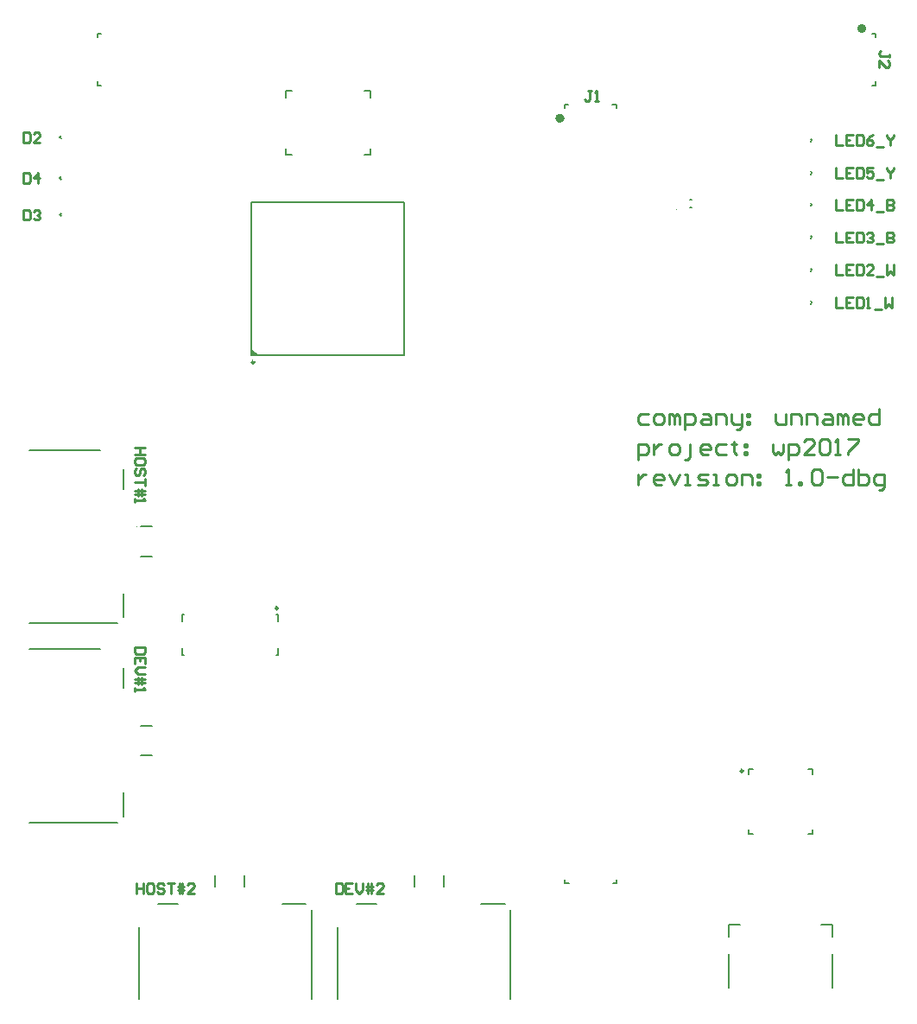
<source format=gto>
G04 Layer_Color=65535*
%FSLAX25Y25*%
%MOIN*%
G70*
G01*
G75*
%ADD38C,0.01000*%
%ADD39C,0.00787*%
%ADD58C,0.01968*%
%ADD93C,0.00984*%
%ADD95C,0.00394*%
G36*
X297980Y557874D02*
X295669D01*
Y560184D01*
X297980Y557874D01*
D02*
G37*
D38*
X328173Y354463D02*
Y350528D01*
X330141D01*
X330797Y351184D01*
Y353807D01*
X330141Y354463D01*
X328173D01*
X334733D02*
X332109D01*
Y350528D01*
X334733D01*
X332109Y352495D02*
X333421D01*
X336045Y354463D02*
Y351839D01*
X337357Y350528D01*
X338668Y351839D01*
Y354463D01*
X340636Y350528D02*
Y354463D01*
X341948D02*
Y350528D01*
X339981Y353151D02*
X341948D01*
X342604D01*
X339981Y351839D02*
X342604D01*
X346540Y350528D02*
X343916D01*
X346540Y353151D01*
Y353807D01*
X345884Y354463D01*
X344572D01*
X343916Y353807D01*
X254463Y445449D02*
X250528D01*
Y443481D01*
X251184Y442825D01*
X253807D01*
X254463Y443481D01*
Y445449D01*
Y438889D02*
Y441513D01*
X250528D01*
Y438889D01*
X252495Y441513D02*
Y440201D01*
X254463Y437577D02*
X251839D01*
X250528Y436265D01*
X251839Y434953D01*
X254463D01*
X250528Y432986D02*
X254463D01*
Y431674D02*
X250528D01*
X253151Y433642D02*
Y431674D01*
Y431018D01*
X251839Y433642D02*
Y431018D01*
X250528Y429706D02*
Y428394D01*
Y429050D01*
X254463D01*
X253807Y429706D01*
X254463Y522221D02*
X250528D01*
X252495D01*
Y519597D01*
X254463D01*
X250528D01*
X254463Y516317D02*
Y517629D01*
X253807Y518285D01*
X251184D01*
X250528Y517629D01*
Y516317D01*
X251184Y515661D01*
X253807D01*
X254463Y516317D01*
X253807Y511725D02*
X254463Y512381D01*
Y513693D01*
X253807Y514349D01*
X253151D01*
X252495Y513693D01*
Y512381D01*
X251839Y511725D01*
X251184D01*
X250528Y512381D01*
Y513693D01*
X251184Y514349D01*
X254463Y510413D02*
Y507789D01*
Y509101D01*
X250528D01*
Y505822D02*
X254463D01*
Y504510D02*
X250528D01*
X253151Y506477D02*
Y504510D01*
Y503854D01*
X251839Y506477D02*
Y503854D01*
X250528Y502542D02*
Y501230D01*
Y501886D01*
X254463D01*
X253807Y502542D01*
X541904Y672876D02*
Y674188D01*
Y673532D01*
X538624D01*
X537968Y674188D01*
Y674844D01*
X538624Y675500D01*
X537968Y668940D02*
Y671564D01*
X540592Y668940D01*
X541248D01*
X541904Y669596D01*
Y670908D01*
X541248Y671564D01*
X426828Y659936D02*
X425517D01*
X426173D01*
Y656656D01*
X425517Y656000D01*
X424861D01*
X424205Y656656D01*
X428140Y656000D02*
X429452D01*
X428796D01*
Y659936D01*
X428140Y659280D01*
X521311Y618078D02*
Y614142D01*
X523935D01*
X527871Y618078D02*
X525247D01*
Y614142D01*
X527871D01*
X525247Y616110D02*
X526559D01*
X529182Y618078D02*
Y614142D01*
X531150D01*
X531806Y614798D01*
Y617421D01*
X531150Y618078D01*
X529182D01*
X535086Y614142D02*
Y618078D01*
X533118Y616110D01*
X535742D01*
X537054Y613486D02*
X539678D01*
X540990Y618078D02*
Y614142D01*
X542958D01*
X543613Y614798D01*
Y615454D01*
X542958Y616110D01*
X540990D01*
X542958D01*
X543613Y616765D01*
Y617421D01*
X542958Y618078D01*
X540990D01*
X521311Y580282D02*
Y576346D01*
X523935D01*
X527871Y580282D02*
X525247D01*
Y576346D01*
X527871D01*
X525247Y578314D02*
X526559D01*
X529182Y580282D02*
Y576346D01*
X531150D01*
X531806Y577002D01*
Y579626D01*
X531150Y580282D01*
X529182D01*
X533118Y576346D02*
X534430D01*
X533774D01*
Y580282D01*
X533118Y579626D01*
X536398Y575691D02*
X539022D01*
X540334Y580282D02*
Y576346D01*
X541646Y577658D01*
X542958Y576346D01*
Y580282D01*
X521311Y642881D02*
Y638945D01*
X523935D01*
X527871Y642881D02*
X525247D01*
Y638945D01*
X527871D01*
X525247Y640913D02*
X526559D01*
X529182Y642881D02*
Y638945D01*
X531150D01*
X531806Y639601D01*
Y642225D01*
X531150Y642881D01*
X529182D01*
X535742D02*
X534430Y642225D01*
X533118Y640913D01*
Y639601D01*
X533774Y638945D01*
X535086D01*
X535742Y639601D01*
Y640257D01*
X535086Y640913D01*
X533118D01*
X537054Y638289D02*
X539678D01*
X540990Y642881D02*
Y642225D01*
X542302Y640913D01*
X543613Y642225D01*
Y642881D01*
X542302Y640913D02*
Y638945D01*
X521311Y605479D02*
Y601543D01*
X523935D01*
X527871Y605479D02*
X525247D01*
Y601543D01*
X527871D01*
X525247Y603511D02*
X526559D01*
X529182Y605479D02*
Y601543D01*
X531150D01*
X531806Y602199D01*
Y604823D01*
X531150Y605479D01*
X529182D01*
X533118Y604823D02*
X533774Y605479D01*
X535086D01*
X535742Y604823D01*
Y604167D01*
X535086Y603511D01*
X534430D01*
X535086D01*
X535742Y602855D01*
Y602199D01*
X535086Y601543D01*
X533774D01*
X533118Y602199D01*
X537054Y600887D02*
X539678D01*
X540990Y605479D02*
Y601543D01*
X542958D01*
X543613Y602199D01*
Y602855D01*
X542958Y603511D01*
X540990D01*
X542958D01*
X543613Y604167D01*
Y604823D01*
X542958Y605479D01*
X540990D01*
X521311Y630282D02*
Y626346D01*
X523935D01*
X527871Y630282D02*
X525247D01*
Y626346D01*
X527871D01*
X525247Y628314D02*
X526559D01*
X529182Y630282D02*
Y626346D01*
X531150D01*
X531806Y627002D01*
Y629626D01*
X531150Y630282D01*
X529182D01*
X535742D02*
X533118D01*
Y628314D01*
X534430Y628970D01*
X535086D01*
X535742Y628314D01*
Y627002D01*
X535086Y626346D01*
X533774D01*
X533118Y627002D01*
X537054Y625691D02*
X539678D01*
X540990Y630282D02*
Y629626D01*
X542302Y628314D01*
X543613Y629626D01*
Y630282D01*
X542302Y628314D02*
Y626346D01*
X521311Y592881D02*
Y588945D01*
X523935D01*
X527871Y592881D02*
X525247D01*
Y588945D01*
X527871D01*
X525247Y590913D02*
X526559D01*
X529182Y592881D02*
Y588945D01*
X531150D01*
X531806Y589601D01*
Y592225D01*
X531150Y592881D01*
X529182D01*
X535742Y588945D02*
X533118D01*
X535742Y591569D01*
Y592225D01*
X535086Y592881D01*
X533774D01*
X533118Y592225D01*
X537054Y588289D02*
X539678D01*
X540990Y592881D02*
Y588945D01*
X542302Y590257D01*
X543613Y588945D01*
Y592881D01*
X207547Y628314D02*
Y624378D01*
X209515D01*
X210171Y625034D01*
Y627658D01*
X209515Y628314D01*
X207547D01*
X213451Y624378D02*
Y628314D01*
X211483Y626346D01*
X214107D01*
X207547Y614141D02*
Y610205D01*
X209515D01*
X210171Y610861D01*
Y613484D01*
X209515Y614141D01*
X207547D01*
X211483Y613484D02*
X212139Y614141D01*
X213451D01*
X214107Y613484D01*
Y612828D01*
X213451Y612173D01*
X212795D01*
X213451D01*
X214107Y611517D01*
Y610861D01*
X213451Y610205D01*
X212139D01*
X211483Y610861D01*
X207547Y644062D02*
Y640126D01*
X209515D01*
X210171Y640782D01*
Y643406D01*
X209515Y644062D01*
X207547D01*
X214107Y640126D02*
X211483D01*
X214107Y642750D01*
Y643406D01*
X213451Y644062D01*
X212139D01*
X211483Y643406D01*
X251402Y354463D02*
Y350528D01*
Y352495D01*
X254025D01*
Y354463D01*
Y350528D01*
X257305Y354463D02*
X255993D01*
X255337Y353807D01*
Y351184D01*
X255993Y350528D01*
X257305D01*
X257961Y351184D01*
Y353807D01*
X257305Y354463D01*
X261897Y353807D02*
X261241Y354463D01*
X259929D01*
X259273Y353807D01*
Y353151D01*
X259929Y352495D01*
X261241D01*
X261897Y351839D01*
Y351184D01*
X261241Y350528D01*
X259929D01*
X259273Y351184D01*
X263209Y354463D02*
X265833D01*
X264521D01*
Y350528D01*
X267800D02*
Y354463D01*
X269112D02*
Y350528D01*
X267144Y353151D02*
X269112D01*
X269768D01*
X267144Y351839D02*
X269768D01*
X273704Y350528D02*
X271080D01*
X273704Y353151D01*
Y353807D01*
X273048Y354463D01*
X271736D01*
X271080Y353807D01*
X448881Y535495D02*
X445882D01*
X444882Y534495D01*
Y532496D01*
X445882Y531496D01*
X448881D01*
X451880D02*
X453879D01*
X454879Y532496D01*
Y534495D01*
X453879Y535495D01*
X451880D01*
X450880Y534495D01*
Y532496D01*
X451880Y531496D01*
X456878D02*
Y535495D01*
X457878D01*
X458877Y534495D01*
Y531496D01*
Y534495D01*
X459877Y535495D01*
X460877Y534495D01*
Y531496D01*
X462876Y529497D02*
Y535495D01*
X465875D01*
X466875Y534495D01*
Y532496D01*
X465875Y531496D01*
X462876D01*
X469874Y535495D02*
X471873D01*
X472873Y534495D01*
Y531496D01*
X469874D01*
X468874Y532496D01*
X469874Y533495D01*
X472873D01*
X474872Y531496D02*
Y535495D01*
X477871D01*
X478871Y534495D01*
Y531496D01*
X480870Y535495D02*
Y532496D01*
X481870Y531496D01*
X484869D01*
Y530496D01*
X483869Y529497D01*
X482870D01*
X484869Y531496D02*
Y535495D01*
X486868D02*
X487868D01*
Y534495D01*
X486868D01*
Y535495D01*
Y532496D02*
X487868D01*
Y531496D01*
X486868D01*
Y532496D01*
X497865Y535495D02*
Y532496D01*
X498864Y531496D01*
X501863D01*
Y535495D01*
X503863Y531496D02*
Y535495D01*
X506862D01*
X507862Y534495D01*
Y531496D01*
X509861D02*
Y535495D01*
X512860D01*
X513860Y534495D01*
Y531496D01*
X516859Y535495D02*
X518858D01*
X519858Y534495D01*
Y531496D01*
X516859D01*
X515859Y532496D01*
X516859Y533495D01*
X519858D01*
X521857Y531496D02*
Y535495D01*
X522857D01*
X523856Y534495D01*
Y531496D01*
Y534495D01*
X524856Y535495D01*
X525856Y534495D01*
Y531496D01*
X530854D02*
X528855D01*
X527855Y532496D01*
Y534495D01*
X528855Y535495D01*
X530854D01*
X531854Y534495D01*
Y533495D01*
X527855D01*
X537852Y537494D02*
Y531496D01*
X534853D01*
X533853Y532496D01*
Y534495D01*
X534853Y535495D01*
X537852D01*
X444882Y517686D02*
Y523684D01*
X447881D01*
X448881Y522684D01*
Y520685D01*
X447881Y519685D01*
X444882D01*
X450880Y523684D02*
Y519685D01*
Y521684D01*
X451880Y522684D01*
X452879Y523684D01*
X453879D01*
X457878Y519685D02*
X459877D01*
X460877Y520685D01*
Y522684D01*
X459877Y523684D01*
X457878D01*
X456878Y522684D01*
Y520685D01*
X457878Y519685D01*
X462876Y517686D02*
X463876D01*
X464875Y518685D01*
Y523684D01*
X471873Y519685D02*
X469874D01*
X468874Y520685D01*
Y522684D01*
X469874Y523684D01*
X471873D01*
X472873Y522684D01*
Y521684D01*
X468874D01*
X478871Y523684D02*
X475872D01*
X474872Y522684D01*
Y520685D01*
X475872Y519685D01*
X478871D01*
X481870Y524683D02*
Y523684D01*
X480870D01*
X482870D01*
X481870D01*
Y520685D01*
X482870Y519685D01*
X485869Y523684D02*
X486868D01*
Y522684D01*
X485869D01*
Y523684D01*
Y520685D02*
X486868D01*
Y519685D01*
X485869D01*
Y520685D01*
X496865Y523684D02*
Y520685D01*
X497865Y519685D01*
X498864Y520685D01*
X499864Y519685D01*
X500864Y520685D01*
Y523684D01*
X502863Y517686D02*
Y523684D01*
X505862D01*
X506862Y522684D01*
Y520685D01*
X505862Y519685D01*
X502863D01*
X512860D02*
X508861D01*
X512860Y523684D01*
Y524683D01*
X511860Y525683D01*
X509861D01*
X508861Y524683D01*
X514859D02*
X515859Y525683D01*
X517858D01*
X518858Y524683D01*
Y520685D01*
X517858Y519685D01*
X515859D01*
X514859Y520685D01*
Y524683D01*
X520857Y519685D02*
X522857D01*
X521857D01*
Y525683D01*
X520857Y524683D01*
X525856Y525683D02*
X529854D01*
Y524683D01*
X525856Y520685D01*
Y519685D01*
X444882Y511873D02*
Y507874D01*
Y509873D01*
X445882Y510873D01*
X446881Y511873D01*
X447881D01*
X453879Y507874D02*
X451880D01*
X450880Y508874D01*
Y510873D01*
X451880Y511873D01*
X453879D01*
X454879Y510873D01*
Y509873D01*
X450880D01*
X456878Y511873D02*
X458877Y507874D01*
X460877Y511873D01*
X462876Y507874D02*
X464875D01*
X463876D01*
Y511873D01*
X462876D01*
X467874Y507874D02*
X470873D01*
X471873Y508874D01*
X470873Y509873D01*
X468874D01*
X467874Y510873D01*
X468874Y511873D01*
X471873D01*
X473873Y507874D02*
X475872D01*
X474872D01*
Y511873D01*
X473873D01*
X479871Y507874D02*
X481870D01*
X482870Y508874D01*
Y510873D01*
X481870Y511873D01*
X479871D01*
X478871Y510873D01*
Y508874D01*
X479871Y507874D01*
X484869D02*
Y511873D01*
X487868D01*
X488868Y510873D01*
Y507874D01*
X490867Y511873D02*
X491867D01*
Y510873D01*
X490867D01*
Y511873D01*
Y508874D02*
X491867D01*
Y507874D01*
X490867D01*
Y508874D01*
X501863Y507874D02*
X503863D01*
X502863D01*
Y513872D01*
X501863Y512872D01*
X506862Y507874D02*
Y508874D01*
X507862D01*
Y507874D01*
X506862D01*
X511860Y512872D02*
X512860Y513872D01*
X514859D01*
X515859Y512872D01*
Y508874D01*
X514859Y507874D01*
X512860D01*
X511860Y508874D01*
Y512872D01*
X517858Y510873D02*
X521857D01*
X527855Y513872D02*
Y507874D01*
X524856D01*
X523856Y508874D01*
Y510873D01*
X524856Y511873D01*
X527855D01*
X529854Y513872D02*
Y507874D01*
X532853D01*
X533853Y508874D01*
Y509873D01*
Y510873D01*
X532853Y511873D01*
X529854D01*
X537852Y505875D02*
X538851D01*
X539851Y506874D01*
Y511873D01*
X536852D01*
X535852Y510873D01*
Y508874D01*
X536852Y507874D01*
X539851D01*
D39*
X221752Y642126D02*
X222293Y642667D01*
X221752Y642126D02*
X222293Y641585D01*
X221752Y612205D02*
X222293Y612746D01*
X221752Y612205D02*
X222293Y611663D01*
X221752Y626378D02*
X222293Y626919D01*
X221752Y626378D02*
X222293Y625837D01*
X511565Y590404D02*
X512106Y590945D01*
X511565Y591486D02*
X512106Y590945D01*
X511565Y627805D02*
X512106Y628346D01*
X511565Y628888D02*
X512106Y628346D01*
X511565Y603002D02*
X512106Y603543D01*
X511565Y604085D02*
X512106Y603543D01*
X511565Y640404D02*
X512106Y640945D01*
X511565Y641486D02*
X512106Y640945D01*
X511565Y577805D02*
X512106Y578346D01*
X511565Y578888D02*
X512106Y578346D01*
X511565Y615600D02*
X512106Y616142D01*
X511565Y616683D02*
X512106Y616142D01*
X416653Y354429D02*
X418209D01*
X416653D02*
Y355807D01*
X435236Y354429D02*
X436614D01*
X436654Y354429D02*
Y355807D01*
X416653Y653346D02*
Y654724D01*
X416693Y654724D02*
X418071D01*
X436654Y653346D02*
Y654724D01*
X435098D02*
X436654D01*
X236319Y680610D02*
Y682165D01*
X237697D01*
X236319Y662205D02*
Y663583D01*
X236319Y662165D02*
X237697D01*
X535236Y682165D02*
X536614D01*
X536614Y680748D02*
Y682126D01*
X535236Y662165D02*
X536614D01*
Y663721D01*
X246346Y456890D02*
Y466043D01*
Y506398D02*
Y514075D01*
X209842Y521457D02*
X237205D01*
X209842Y454626D02*
X244083D01*
X246346Y380118D02*
Y389272D01*
Y429626D02*
Y437303D01*
X209842Y444685D02*
X237205D01*
X209842Y377854D02*
X244083D01*
X307579Y346346D02*
X316732D01*
X259547D02*
X267224D01*
X252165Y309842D02*
Y337205D01*
X318996Y309842D02*
Y344083D01*
X384350Y346346D02*
X393504D01*
X336319D02*
X343996D01*
X328937Y309842D02*
Y337205D01*
X395768Y309842D02*
Y344083D01*
X520079Y313941D02*
Y327165D01*
X520060Y333661D02*
Y338287D01*
X479903Y333661D02*
Y338287D01*
X479921Y313941D02*
Y327165D01*
X479903Y338287D02*
X484252D01*
X515748D02*
X520060D01*
X464961Y617992D02*
X465748D01*
X464961Y615079D02*
X465748D01*
X308858Y657500D02*
Y660039D01*
Y635236D02*
Y637776D01*
X341535Y657500D02*
Y660039D01*
Y635236D02*
Y637776D01*
X308858Y660039D02*
X311260D01*
X339134D02*
X341535D01*
X308858Y635236D02*
X311260D01*
X339134D02*
X341535D01*
X354724Y557874D02*
Y616929D01*
X295669Y557874D02*
Y616929D01*
X354724D01*
X295669Y557874D02*
X354724D01*
X295669Y560184D02*
X297980Y557874D01*
X252953Y480512D02*
X257283D01*
X252953Y491929D02*
X257283D01*
X252953Y403740D02*
X257283D01*
X252953Y415158D02*
X257283D01*
X293110Y352953D02*
Y357283D01*
X281693Y352953D02*
Y357283D01*
X369882Y352953D02*
Y357283D01*
X358465Y352953D02*
Y357283D01*
X268996Y455315D02*
Y457875D01*
X269587D01*
X268996Y442520D02*
Y445079D01*
Y442520D02*
X269587D01*
X305414D02*
X306004D01*
Y445079D01*
Y455315D02*
Y457875D01*
X305414D02*
X306004D01*
X487598Y396457D02*
Y398228D01*
X489370D01*
X510630D02*
X512402D01*
Y396457D02*
Y398228D01*
Y373425D02*
Y375197D01*
X510630Y373425D02*
X512402D01*
X487598D02*
Y375197D01*
Y373425D02*
X489370D01*
D58*
X415551Y649409D02*
G03*
X415551Y649409I-787J0D01*
G01*
X532087Y684055D02*
G03*
X532087Y684055I-787J0D01*
G01*
D93*
X296752Y555315D02*
G03*
X296752Y555315I-492J0D01*
G01*
X305906Y460434D02*
G03*
X305906Y460434I-492J0D01*
G01*
X485532Y397638D02*
G03*
X485532Y397638I-492J0D01*
G01*
D95*
X459842Y614272D02*
G03*
X459842Y614272I-197J0D01*
G01*
X307480Y660039D02*
G03*
X307480Y660039I-197J0D01*
G01*
X251575Y491929D02*
G03*
X251575Y491929I-197J0D01*
G01*
Y415158D02*
G03*
X251575Y415158I-197J0D01*
G01*
X281890Y351378D02*
G03*
X281890Y351378I-197J0D01*
G01*
X358661D02*
G03*
X358661Y351378I-197J0D01*
G01*
M02*

</source>
